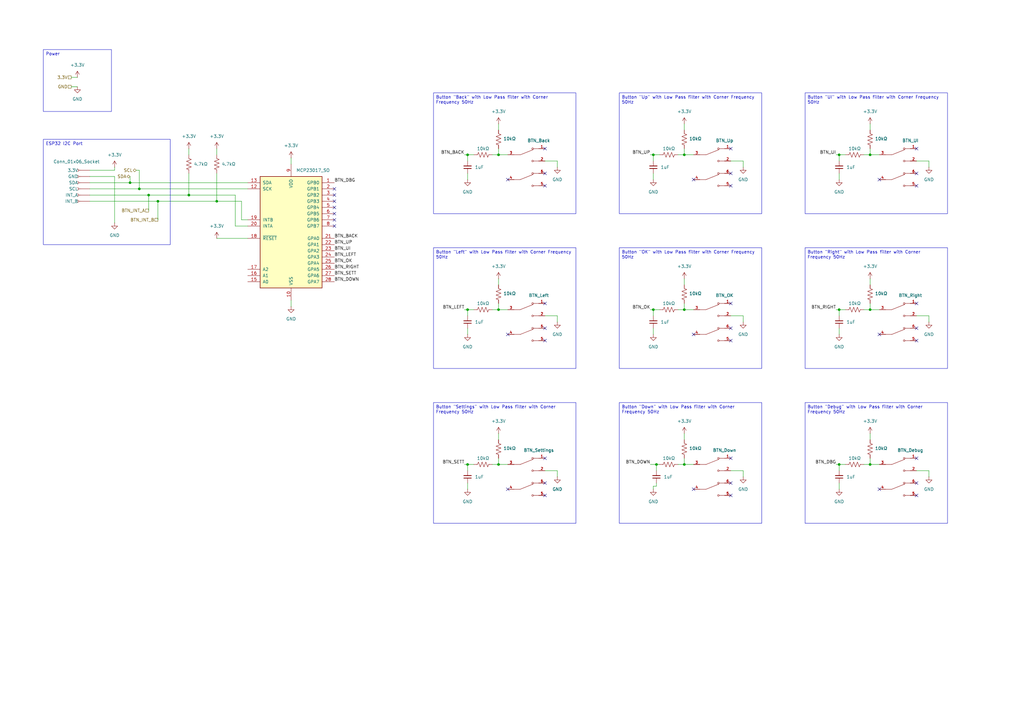
<source format=kicad_sch>
(kicad_sch (version 20250114) (generator "eeschema") (generator_version "9.0")
  (paper "A3")
  (title_block (title "Buttons Board with MCP23017_SO"))
  (lib_symbols
    (symbol "Connector:Conn_01x06_Socket" (pin_numbers (hide yes)) (pin_names (offset 1.016))
      (property "Value" "Conn_01x06_Socket" (at -12.446 9.398 0))
      (symbol "Conn_01x06_Socket_1_1"
        (polyline (pts (xy -1.27 5.08) (xy -0.508 5.08)) (stroke (width 0.1524)))
        (polyline (pts (xy -1.27 2.54) (xy -0.508 2.54)) (stroke (width 0.1524)))
        (polyline (pts (xy -1.27 0) (xy -0.508 0)) (stroke (width 0.1524)))
        (polyline (pts (xy -1.27 -2.54) (xy -0.508 -2.54)) (stroke (width 0.1524)))
        (polyline (pts (xy -1.27 -5.08) (xy -0.508 -5.08)) (stroke (width 0.1524)))
        (polyline (pts (xy -1.27 -7.62) (xy -0.508 -7.62)) (stroke (width 0.1524)))
        (arc (start 0 4.572) (mid -0.5058 5.08) (end 0 5.588) (stroke (width 0.1524)))
        (arc (start 0 2.032) (mid -0.5058 2.54) (end 0 3.048) (stroke (width 0.1524)))
        (arc (start 0 -0.508) (mid -0.5058 0) (end 0 0.508) (stroke (width 0.1524)))
        (arc (start 0 -3.048) (mid -0.5058 -2.54) (end 0 -2.032) (stroke (width 0.1524)))
        (arc (start 0 -5.588) (mid -0.5058 -5.08) (end 0 -4.572) (stroke (width 0.1524)))
        (arc (start 0 -8.128) (mid -0.5058 -7.62) (end 0 -7.112) (stroke (width 0.1524)))
        (pin passive line (at -5.08 5.08 0) (length 3.81) (name "3.3V") (number "1"))
        (pin passive line (at -5.08 2.54 0) (length 3.81) (name "GND") (number "2"))
        (pin bidirectional line (at -5.08 0 0) (length 3.81) (name "SDA") (number "3"))
        (pin bidirectional line (at -5.08 -2.54 0) (length 3.81) (name "SCL") (number "4"))
        (pin output line (at -5.08 -5.08 0) (length 3.81) (name "INT_A") (number "5"))
        (pin output line (at -5.08 -7.62 0) (length 3.81) (name "INT_B") (number "6"))
      )
    )
    (symbol "Device:C_Small" (pin_numbers (hide yes)) (pin_names (offset 0.254) (hide yes))
      (property "Reference" "C" (at 0.254 1.778 0))
      (property "Value" "C_Small" (at 0.254 -2.032 0))
      (symbol "C_Small_0_1"
        (polyline (pts (xy -1.524 0.508) (xy 1.524 0.508)) (stroke (width 0.3048)))
        (polyline (pts (xy -1.524 -0.508) (xy 1.524 -0.508)) (stroke (width 0.3302)))
      )
      (symbol "C_Small_1_1"
        (pin passive line (at 0 2.54 270) (length 2.032) (name "~") (number "1"))
        (pin passive line (at 0 -2.54 90) (length 2.032) (name "~") (number "2"))
      )
    )
    (symbol "Device:R_US" (pin_numbers (hide yes)) (pin_names (offset 0))
      (property "Reference" "R" (at 2.54 0 90))
      (property "Value" "R_US" (at -2.54 0 90))
      (symbol "R_US_0_1"
        (polyline (pts (xy 0 2.286) (xy 0 2.54)))
        (polyline (pts (xy 0 2.286) (xy 1.016 1.905) (xy 0 1.524) (xy -1.016 1.143) (xy 0 0.762)))
        (polyline (pts (xy 0 0.762) (xy 1.016 0.381) (xy 0 0) (xy -1.016 -0.381) (xy 0 -0.762)))
        (polyline (pts (xy 0 -0.762) (xy 1.016 -1.143) (xy 0 -1.524) (xy -1.016 -1.905) (xy 0 -2.286)))
        (polyline (pts (xy 0 -2.286) (xy 0 -2.54)))
      )
      (symbol "R_US_1_1"
        (pin passive line (at 0 3.81 270) (length 1.27) (name "~") (number "1"))
        (pin passive line (at 0 -3.81 90) (length 1.27) (name "~") (number "2"))
      )
    )
    (symbol "Interface_Expansion:MCP23017_SO" (pin_names (offset 1.016))
      (property "Reference" "U" (at -11.43 24.13 0))
      (property "Value" "MCP23017_SO" (at 0 0 0))
      (symbol "MCP23017_SO_0_1"
        (rectangle (start -12.7 22.86) (end 12.7 -22.86) (stroke (width 0.254)) (fill (type background)))
      )
      (symbol "MCP23017_SO_1_1"
        (pin bidirectional line (at -17.78 20.32 0) (length 5.08) (name "SDA") (number "13"))
        (pin input line (at -17.78 17.78 0) (length 5.08) (name "SCK") (number "12"))
        (pin tri_state line (at -17.78 5.08 0) (length 5.08) (name "INTB") (number "19"))
        (pin tri_state line (at -17.78 2.54 0) (length 5.08) (name "INTA") (number "20"))
        (pin input line (at -17.78 -2.54 0) (length 5.08) (name "~{RESET}") (number "18"))
        (pin input line (at -17.78 -15.24 0) (length 5.08) (name "A2") (number "17"))
        (pin input line (at -17.78 -17.78 0) (length 5.08) (name "A1") (number "16"))
        (pin input line (at -17.78 -20.32 0) (length 5.08) (name "A0") (number "15"))
        (pin no_connect line (at -12.7 15.24 0) (length 5.08) (hide yes) (name "NC") (number "11"))
        (pin no_connect line (at -12.7 12.7 0) (length 5.08) (hide yes) (name "NC") (number "14"))
        (pin power_in line (at 0 27.94 270) (length 5.08) (name "VDD") (number "9"))
        (pin power_in line (at 0 -27.94 90) (length 5.08) (name "VSS") (number "10"))
        (pin bidirectional line (at 17.78 20.32 180) (length 5.08) (name "GPB0") (number "1"))
        (pin bidirectional line (at 17.78 17.78 180) (length 5.08) (name "GPB1") (number "2"))
        (pin bidirectional line (at 17.78 15.24 180) (length 5.08) (name "GPB2") (number "3"))
        (pin bidirectional line (at 17.78 12.7 180) (length 5.08) (name "GPB3") (number "4"))
        (pin bidirectional line (at 17.78 10.16 180) (length 5.08) (name "GPB4") (number "5"))
        (pin bidirectional line (at 17.78 7.62 180) (length 5.08) (name "GPB5") (number "6"))
        (pin bidirectional line (at 17.78 5.08 180) (length 5.08) (name "GPB6") (number "7"))
        (pin output line (at 17.78 2.54 180) (length 5.08) (name "GPB7") (number "8"))
        (pin bidirectional line (at 17.78 -2.54 180) (length 5.08) (name "GPA0") (number "21"))
        (pin bidirectional line (at 17.78 -5.08 180) (length 5.08) (name "GPA1") (number "22"))
        (pin bidirectional line (at 17.78 -7.62 180) (length 5.08) (name "GPA2") (number "23"))
        (pin bidirectional line (at 17.78 -10.16 180) (length 5.08) (name "GPA3") (number "24"))
        (pin bidirectional line (at 17.78 -12.7 180) (length 5.08) (name "GPA4") (number "25"))
        (pin bidirectional line (at 17.78 -15.24 180) (length 5.08) (name "GPA5") (number "26"))
        (pin bidirectional line (at 17.78 -17.78 180) (length 5.08) (name "GPA6") (number "27"))
        (pin output line (at 17.78 -20.32 180) (length 5.08) (name "GPA7") (number "28"))
      )
    )
    (symbol "TL2285OA:TL2285OA" (pin_names (offset 1.016))
      (property "Reference" "S" (at -2.54 10.16 0))
      (property "Value" "TL2285OA" (at -2.54 -10.16 0))
      (symbol "TL2285OA_0_0"
        (polyline (pts (xy -2.54 5.08) (xy -5.08 5.08)) (stroke (width 0.1524)))
        (polyline (pts (xy -2.54 5.08) (xy 2.794 7.2136)) (stroke (width 0.1524)))
        (polyline (pts (xy -2.54 -5.08) (xy -5.08 -5.08)) (stroke (width 0.1524)))
        (polyline (pts (xy -2.54 -5.08) (xy 2.794 -2.9464)) (stroke (width 0.1524)))
        (circle (center 2.54 7.62) (radius 0.3302) (stroke (width 0.1524)))
        (circle (center 2.54 2.54) (radius 0.3302) (stroke (width 0.1524)))
        (circle (center 2.54 -2.54) (radius 0.3302) (stroke (width 0.1524)))
        (circle (center 2.54 -7.62) (radius 0.3302) (stroke (width 0.1524)))
        (polyline (pts (xy 5.08 7.62) (xy 2.921 7.62)) (stroke (width 0.1524)))
        (polyline (pts (xy 5.08 2.54) (xy 2.921 2.54)) (stroke (width 0.1524)))
        (polyline (pts (xy 5.08 -2.54) (xy 2.921 -2.54)) (stroke (width 0.1524)))
        (polyline (pts (xy 5.08 -7.62) (xy 2.921 -7.62)) (stroke (width 0.1524)))
        (pin passive line (at -7.62 5.08 0) (length 2.54) (name "~") (number "3"))
        (pin passive line (at -7.62 -5.08 0) (length 2.54) (name "~") (number "4"))
        (pin passive line (at 7.62 7.62 180) (length 2.54) (name "~") (number "1"))
        (pin passive line (at 7.62 2.54 180) (length 2.54) (name "~") (number "2"))
        (pin passive line (at 7.62 -2.54 180) (length 2.54) (name "~") (number "6"))
        (pin passive line (at 7.62 -7.62 180) (length 2.54) (name "~") (number "5"))
      )
    )
    (symbol "power:+3.3V" (power) (pin_numbers (hide yes)) (pin_names (offset 0) (hide yes))
      (property "Value" "+3.3V" (at 0 3.556 0))
      (symbol "+3.3V_0_1"
        (polyline (pts (xy -0.762 1.27) (xy 0 2.54)))
        (polyline (pts (xy 0 2.54) (xy 0.762 1.27)))
        (polyline (pts (xy 0 0) (xy 0 2.54)))
      )
      (symbol "+3.3V_1_1"
        (pin power_in line (at 0 0 90) (length 0) (name "~") (number "1"))
      )
    )
    (symbol "power:GND" (power) (pin_numbers (hide yes)) (pin_names (offset 0) (hide yes))
      (property "Value" "GND" (at 0 -3.81 0))
      (symbol "GND_0_1"
        (polyline (pts (xy 0 0) (xy 0 -1.27) (xy 1.27 -1.27) (xy 0 -2.54) (xy -1.27 -1.27) (xy 0 -1.27)))
      )
      (symbol "GND_1_1"
        (pin power_in line (at 0 0 270) (length 0) (name "~") (number "1"))
      )
    )
  )
  (text_box "Button \"Back\" with Low Pass filter with Corner Frequency 50Hz" (at 177.8 38.1 0) (size 58.42 49.53) (margins 0.9525 0.9525 0.9525 0.9525) (effects (font (size 1.27 1.27)) (justify left top)))
  (text_box "Button \"Down\" with Low Pass filter with Corner Frequency 50Hz" (at 254 165.1 0) (size 58.42 49.53) (margins 0.9525 0.9525 0.9525 0.9525) (effects (font (size 1.27 1.27)) (justify left top)))
  (text_box "Power" (at 17.78 20.32 0) (size 27.94 25.4) (margins 0.9525 0.9525 0.9525 0.9525) (effects (font (size 1.27 1.27)) (justify left top)))
  (text_box "Button \"Settings\" with Low Pass filter with Corner Frequency 50Hz" (at 177.8 165.1 0) (size 58.42 49.53) (margins 0.9525 0.9525 0.9525 0.9525) (effects (font (size 1.27 1.27)) (justify left top)))
  (text_box "Button \"Left\" with Low Pass filter with Corner Frequency 50Hz" (at 177.8 101.6 0) (size 58.42 49.53) (margins 0.9525 0.9525 0.9525 0.9525) (effects (font (size 1.27 1.27)) (justify left top)))
  (text_box "Button \"Up\" with Low Pass filter with Corner Frequency 50Hz" (at 254 38.1 0) (size 58.42 49.53) (margins 0.9525 0.9525 0.9525 0.9525) (effects (font (size 1.27 1.27)) (justify left top)))
  (text_box "ESP32 I2C Port" (at 17.78 57.15 0) (size 52.07 43.18) (margins 0.9525 0.9525 0.9525 0.9525) (effects (font (size 1.27 1.27)) (justify left top)))
  (text_box "Button \"UI\" with Low Pass filter with Corner Frequency 50Hz" (at 330.2 38.1 0) (size 58.42 49.53) (margins 0.9525 0.9525 0.9525 0.9525) (effects (font (size 1.27 1.27)) (justify left top)))
  (text_box "Button \"Debug\" with Low Pass filter with Corner Frequency 50Hz" (at 330.2 165.1 0) (size 58.42 49.53) (margins 0.9525 0.9525 0.9525 0.9525) (effects (font (size 1.27 1.27)) (justify left top)))
  (text_box "Button \"Right\" with Low Pass filter with Corner Frequency 50Hz" (at 330.2 101.6 0) (size 58.42 49.53) (margins 0.9525 0.9525 0.9525 0.9525) (effects (font (size 1.27 1.27)) (justify left top)))
  (text_box "Button \"OK\" with Low Pass filter with Corner Frequency 50Hz" (at 254 101.6 0) (size 58.42 49.53) (margins 0.9525 0.9525 0.9525 0.9525) (effects (font (size 1.27 1.27)) (justify left top)))
  (junction (at 88.9 82.55))
  (junction (at 191.77 127))
  (junction (at 356.87 190.5))
  (junction (at 64.77 82.55))
  (junction (at 267.97 63.5))
  (junction (at 267.97 127))
  (junction (at 204.47 127))
  (junction (at 57.15 77.47))
  (junction (at 344.17 127))
  (junction (at 269.24 190.5))
  (junction (at 191.77 190.5))
  (junction (at 53.34 74.93))
  (junction (at 191.77 63.5))
  (junction (at 204.47 63.5))
  (junction (at 344.17 190.5))
  (junction (at 280.67 127))
  (junction (at 60.96 80.01))
  (junction (at 356.87 63.5))
  (junction (at 280.67 190.5))
  (junction (at 280.67 63.5))
  (junction (at 204.47 190.5))
  (junction (at 344.17 63.5))
  (junction (at 356.87 127))
  (junction (at 77.47 80.01))
  (no_connect (at 137.16 77.47))
  (no_connect (at 299.72 187.96))
  (no_connect (at 299.72 71.12))
  (no_connect (at 299.72 124.46))
  (no_connect (at 137.16 85.09))
  (no_connect (at 360.68 137.16))
  (no_connect (at 137.16 92.71))
  (no_connect (at 223.52 124.46))
  (no_connect (at 375.92 203.2))
  (no_connect (at 375.92 124.46))
  (no_connect (at 208.28 200.66))
  (no_connect (at 299.72 198.12))
  (no_connect (at 223.52 198.12))
  (no_connect (at 223.52 71.12))
  (no_connect (at 375.92 139.7))
  (no_connect (at 208.28 137.16))
  (no_connect (at 375.92 198.12))
  (no_connect (at 137.16 87.63))
  (no_connect (at 137.16 90.17))
  (no_connect (at 360.68 200.66))
  (no_connect (at 375.92 76.2))
  (no_connect (at 299.72 139.7))
  (no_connect (at 299.72 60.96))
  (no_connect (at 208.28 73.66))
  (no_connect (at 284.48 73.66))
  (no_connect (at 375.92 60.96))
  (no_connect (at 223.52 187.96))
  (no_connect (at 375.92 134.62))
  (no_connect (at 223.52 139.7))
  (no_connect (at 284.48 200.66))
  (no_connect (at 299.72 203.2))
  (no_connect (at 137.16 82.55))
  (no_connect (at 375.92 187.96))
  (no_connect (at 223.52 76.2))
  (no_connect (at 223.52 134.62))
  (no_connect (at 137.16 80.01))
  (no_connect (at 299.72 134.62))
  (no_connect (at 375.92 71.12))
  (no_connect (at 223.52 60.96))
  (no_connect (at 223.52 203.2))
  (no_connect (at 360.68 73.66))
  (no_connect (at 299.72 76.2))
  (no_connect (at 284.48 137.16))
  (wire (pts (xy 190.5 127) (xy 191.77 127)))
  (wire (pts (xy 204.47 177.8) (xy 204.47 180.34)))
  (wire (pts (xy 46.99 72.39) (xy 46.99 91.44)))
  (wire (pts (xy 223.52 129.54) (xy 228.6 129.54)))
  (wire (pts (xy 228.6 129.54) (xy 228.6 132.08)))
  (wire (pts (xy 356.87 177.8) (xy 356.87 180.34)))
  (wire (pts (xy 191.77 198.12) (xy 191.77 200.66)))
  (wire (pts (xy 60.96 80.01) (xy 60.96 86.36)))
  (wire (pts (xy 344.17 63.5) (xy 344.17 66.04)))
  (wire (pts (xy 267.97 199.39) (xy 267.97 200.66)))
  (wire (pts (xy 204.47 124.46) (xy 204.47 127)))
  (wire (pts (xy 299.72 129.54) (xy 304.8 129.54)))
  (wire (pts (xy 356.87 127) (xy 360.68 127)))
  (wire (pts (xy 266.7 63.5) (xy 267.97 63.5)))
  (wire (pts (xy 342.9 190.5) (xy 344.17 190.5)))
  (wire (pts (xy 356.87 50.8) (xy 356.87 53.34)))
  (wire (pts (xy 29.21 35.56) (xy 31.75 35.56)))
  (wire (pts (xy 356.87 60.96) (xy 356.87 63.5)))
  (wire (pts (xy 375.92 193.04) (xy 381 193.04)))
  (wire (pts (xy 356.87 190.5) (xy 360.68 190.5)))
  (wire (pts (xy 278.13 63.5) (xy 280.67 63.5)))
  (wire (pts (xy 267.97 63.5) (xy 270.51 63.5)))
  (wire (pts (xy 354.33 127) (xy 356.87 127)))
  (wire (pts (xy 36.83 74.93) (xy 53.34 74.93)))
  (wire (pts (xy 201.93 190.5) (xy 204.47 190.5)))
  (wire (pts (xy 280.67 50.8) (xy 280.67 53.34)))
  (wire (pts (xy 228.6 66.04) (xy 228.6 68.58)))
  (wire (pts (xy 280.67 190.5) (xy 284.48 190.5)))
  (wire (pts (xy 99.06 82.55) (xy 99.06 90.17)))
  (wire (pts (xy 204.47 114.3) (xy 204.47 116.84)))
  (wire (pts (xy 344.17 198.12) (xy 344.17 200.66)))
  (wire (pts (xy 342.9 127) (xy 344.17 127)))
  (wire (pts (xy 46.99 69.85) (xy 36.83 69.85)))
  (wire (pts (xy 223.52 66.04) (xy 228.6 66.04)))
  (wire (pts (xy 190.5 190.5) (xy 191.77 190.5)))
  (wire (pts (xy 204.47 50.8) (xy 204.47 53.34)))
  (wire (pts (xy 191.77 71.12) (xy 191.77 73.66)))
  (wire (pts (xy 344.17 127) (xy 346.71 127)))
  (wire (pts (xy 280.67 60.96) (xy 280.67 63.5)))
  (wire (pts (xy 280.67 114.3) (xy 280.67 116.84)))
  (wire (pts (xy 53.34 72.39) (xy 53.34 74.93)))
  (wire (pts (xy 356.87 187.96) (xy 356.87 190.5)))
  (wire (pts (xy 36.83 77.47) (xy 57.15 77.47)))
  (wire (pts (xy 267.97 127) (xy 267.97 129.54)))
  (wire (pts (xy 191.77 63.5) (xy 191.77 66.04)))
  (wire (pts (xy 53.34 74.93) (xy 101.6 74.93)))
  (wire (pts (xy 201.93 63.5) (xy 204.47 63.5)))
  (wire (pts (xy 381 129.54) (xy 381 132.08)))
  (wire (pts (xy 46.99 68.58) (xy 46.99 69.85)))
  (wire (pts (xy 191.77 190.5) (xy 194.31 190.5)))
  (wire (pts (xy 119.38 123.19) (xy 119.38 125.73)))
  (wire (pts (xy 344.17 127) (xy 344.17 129.54)))
  (wire (pts (xy 344.17 190.5) (xy 344.17 193.04)))
  (wire (pts (xy 204.47 190.5) (xy 208.28 190.5)))
  (wire (pts (xy 354.33 63.5) (xy 356.87 63.5)))
  (wire (pts (xy 304.8 66.04) (xy 304.8 68.58)))
  (wire (pts (xy 266.7 127) (xy 267.97 127)))
  (wire (pts (xy 267.97 71.12) (xy 267.97 73.66)))
  (wire (pts (xy 119.38 64.77) (xy 119.38 67.31)))
  (wire (pts (xy 64.77 82.55) (xy 88.9 82.55)))
  (wire (pts (xy 191.77 190.5) (xy 191.77 193.04)))
  (wire (pts (xy 267.97 199.39) (xy 269.24 199.39)))
  (wire (pts (xy 57.15 77.47) (xy 101.6 77.47)))
  (wire (pts (xy 278.13 127) (xy 280.67 127)))
  (wire (pts (xy 77.47 80.01) (xy 96.52 80.01)))
  (wire (pts (xy 36.83 82.55) (xy 64.77 82.55)))
  (wire (pts (xy 375.92 129.54) (xy 381 129.54)))
  (wire (pts (xy 64.77 82.55) (xy 64.77 90.17)))
  (wire (pts (xy 270.51 190.5) (xy 269.24 190.5)))
  (wire (pts (xy 280.67 124.46) (xy 280.67 127)))
  (wire (pts (xy 344.17 190.5) (xy 346.71 190.5)))
  (wire (pts (xy 77.47 71.12) (xy 77.47 80.01)))
  (wire (pts (xy 304.8 129.54) (xy 304.8 132.08)))
  (wire (pts (xy 204.47 187.96) (xy 204.47 190.5)))
  (wire (pts (xy 191.77 127) (xy 191.77 129.54)))
  (wire (pts (xy 29.21 31.75) (xy 31.75 31.75)))
  (wire (pts (xy 60.96 80.01) (xy 77.47 80.01)))
  (wire (pts (xy 88.9 71.12) (xy 88.9 82.55)))
  (wire (pts (xy 266.7 190.5) (xy 269.24 190.5)))
  (wire (pts (xy 344.17 63.5) (xy 346.71 63.5)))
  (wire (pts (xy 356.87 114.3) (xy 356.87 116.84)))
  (wire (pts (xy 96.52 92.71) (xy 101.6 92.71)))
  (wire (pts (xy 267.97 134.62) (xy 267.97 137.16)))
  (wire (pts (xy 55.88 69.85) (xy 57.15 69.85)))
  (wire (pts (xy 57.15 69.85) (xy 57.15 77.47)))
  (wire (pts (xy 88.9 60.96) (xy 88.9 63.5)))
  (wire (pts (xy 269.24 199.39) (xy 269.24 198.12)))
  (wire (pts (xy 36.83 72.39) (xy 46.99 72.39)))
  (wire (pts (xy 280.67 177.8) (xy 280.67 180.34)))
  (wire (pts (xy 201.93 127) (xy 204.47 127)))
  (wire (pts (xy 191.77 134.62) (xy 191.77 137.16)))
  (wire (pts (xy 344.17 71.12) (xy 344.17 73.66)))
  (wire (pts (xy 36.83 80.01) (xy 60.96 80.01)))
  (wire (pts (xy 88.9 82.55) (xy 99.06 82.55)))
  (wire (pts (xy 299.72 66.04) (xy 304.8 66.04)))
  (wire (pts (xy 278.13 190.5) (xy 280.67 190.5)))
  (wire (pts (xy 190.5 63.5) (xy 191.77 63.5)))
  (wire (pts (xy 381 66.04) (xy 381 68.58)))
  (wire (pts (xy 381 193.04) (xy 381 195.58)))
  (wire (pts (xy 280.67 187.96) (xy 280.67 190.5)))
  (wire (pts (xy 191.77 127) (xy 194.31 127)))
  (wire (pts (xy 375.92 66.04) (xy 381 66.04)))
  (wire (pts (xy 267.97 127) (xy 270.51 127)))
  (wire (pts (xy 299.72 193.04) (xy 304.8 193.04)))
  (wire (pts (xy 269.24 190.5) (xy 269.24 193.04)))
  (wire (pts (xy 356.87 63.5) (xy 360.68 63.5)))
  (wire (pts (xy 356.87 124.46) (xy 356.87 127)))
  (wire (pts (xy 99.06 90.17) (xy 101.6 90.17)))
  (wire (pts (xy 77.47 60.96) (xy 77.47 63.5)))
  (wire (pts (xy 267.97 63.5) (xy 267.97 66.04)))
  (wire (pts (xy 280.67 63.5) (xy 284.48 63.5)))
  (wire (pts (xy 204.47 63.5) (xy 208.28 63.5)))
  (wire (pts (xy 280.67 127) (xy 284.48 127)))
  (wire (pts (xy 204.47 60.96) (xy 204.47 63.5)))
  (wire (pts (xy 304.8 193.04) (xy 304.8 195.58)))
  (wire (pts (xy 354.33 190.5) (xy 356.87 190.5)))
  (wire (pts (xy 228.6 193.04) (xy 228.6 195.58)))
  (wire (pts (xy 191.77 63.5) (xy 194.31 63.5)))
  (wire (pts (xy 342.9 63.5) (xy 344.17 63.5)))
  (wire (pts (xy 344.17 134.62) (xy 344.17 137.16)))
  (wire (pts (xy 204.47 127) (xy 208.28 127)))
  (wire (pts (xy 223.52 193.04) (xy 228.6 193.04)))
  (wire (pts (xy 88.9 97.79) (xy 101.6 97.79)))
  (wire (pts (xy 96.52 80.01) (xy 96.52 92.71)))
  (label "BTN_DOWN" (at 266.7 190.5 180))
  (label "BTN_DOWN" (at 137.16 115.57 0))
  (label "BTN_LEFT" (at 190.5 127 180))
  (label "BTN_RIGHT" (at 137.16 110.49 0))
  (label "BTN_RIGHT" (at 342.9 127 180))
  (label "BTN_UI" (at 342.9 63.5 180))
  (label "BTN_OK" (at 137.16 107.95 0))
  (label "BTN_LEFT" (at 137.16 105.41 0))
  (label "BTN_BACK" (at 190.5 63.5 180))
  (label "BTN_DBG" (at 342.9 190.5 180))
  (label "BTN_UP" (at 137.16 100.33 0))
  (label "BTN_UI" (at 137.16 102.87 0))
  (label "BTN_UP" (at 266.7 63.5 180))
  (label "BTN_SETT" (at 137.16 113.03 0))
  (label "BTN_DBG" (at 137.16 74.93 0))
  (label "BTN_OK" (at 266.7 127 180))
  (label "BTN_SETT" (at 190.5 190.5 180))
  (label "BTN_BACK" (at 137.16 97.79 0))
  (hierarchical_label "3.3V" (shape passive) (at 29.21 31.75 180))
  (hierarchical_label "GND" (shape passive) (at 29.21 35.56 180))
  (hierarchical_label "BTN_INT_A" (shape passive) (at 60.96 86.36 180))
  (hierarchical_label "SDA" (shape bidirectional) (at 53.34 72.39 180))
  (hierarchical_label "SCL" (shape bidirectional) (at 55.88 69.85 180))
  (hierarchical_label "BTN_INT_B" (shape passive) (at 64.77 90.17 180))
  (symbol (lib_id "power:GND") (at 304.8 68.58 0) (mirror y) (unit 1)
    (property "Reference" "#PWR040" (effects (hide yes)))
    (property "Value" "GND" (at 304.8 73.66 0))
    (property "Description" "Power symbol creates a global label with name \"GND\" , ground" (effects (hide yes)))
  )
  (symbol (lib_id "power:+3.3V") (at 77.47 60.96 0) (mirror y) (unit 1)
    (property "Reference" "#PWR070" (effects (hide yes)))
    (property "Value" "+3.3V" (at 77.47 55.88 0))
    (property "Description" "Power symbol creates a global label with name \"+3.3V\"" (effects (hide yes)))
  )
  (symbol (lib_id "power:+3.3V") (at 280.67 177.8 0) (mirror y) (unit 1)
    (property "Reference" "#PWR057" (effects (hide yes)))
    (property "Value" "+3.3V" (at 280.67 172.72 0))
    (property "Description" "Power symbol creates a global label with name \"+3.3V\"" (effects (hide yes)))
  )
  (symbol (lib_id "TL2285OA:TL2285OA") (at 292.1 132.08 0) (unit 1)
    (property "Reference" "S5" (effects (hide yes)))
    (property "Value" "BTN_OK" (at 297.18 121.158 0))
    (property "Footprint" "TL2285OA:SW_TL2285OA" (effects (hide yes)))
    (property "MF" "E-Switch" (effects (hide yes)))
    (property "MAXIMUM_PACKAGE_HEIGHT" "13.5 mm" (effects (hide yes)))
    (property "Package" "None" (effects (hide yes)))
    (property "Price" "None" (effects (hide yes)))
    (property "Check_prices" "https://www.snapeda.com/parts/TL2285OA/E-Switch/view-part/?ref=eda" (effects (hide yes)))
    (property "STANDARD" "Manufacturer Recommendations" (effects (hide yes)))
    (property "PARTREV" "B" (effects (hide yes)))
    (property "SnapEDA_Link" "https://www.snapeda.com/parts/TL2285OA/E-Switch/view-part/?ref=snap" (effects (hide yes)))
    (property "MP" "TL2285OA" (effects (hide yes)))
    (property "Purchase-URL" "https://www.snapeda.com/api/url_track_click_mouser/?unipart_id=474098&manufacturer=E-Switch&part_name=TL2285OA&search_term=None" (effects (hide yes)))
    (property "Description_1" "Pushbutton Switch, TL2285, DPDT, ON-(ON), Plunger for Cap, 100mA, 30VDC,PC Pin | E-Switch TL2285OA" (effects (hide yes)))
    (property "MANUFACTURER" "E-Switch" (effects (hide yes)))
    (property "Availability" "In Stock" (effects (hide yes)))
    (property "SNAPEDA_PN" "TL2285OA" (effects (hide yes)))
  )
  (symbol (lib_id "Device:R_US") (at 198.12 190.5 270) (unit 1)
    (property "Reference" "R18" (effects (hide yes)))
    (property "Value" "10kΩ" (at 195.58 187.96 90) (effects (justify left)))
    (property "Footprint" "Resistor_SMD:R_0805_2012Metric_Pad1.20x1.40mm_HandSolder" (effects (hide yes)))
    (property "Description" "Resistor, US symbol" (effects (hide yes)))
  )
  (symbol (lib_id "power:GND") (at 381 195.58 0) (mirror y) (unit 1)
    (property "Reference" "#PWR061" (effects (hide yes)))
    (property "Value" "GND" (at 381 200.66 0))
    (property "Description" "Power symbol creates a global label with name \"GND\" , ground" (effects (hide yes)))
  )
  (symbol (lib_id "power:+3.3V") (at 88.9 60.96 0) (mirror y) (unit 1)
    (property "Reference" "#PWR071" (effects (hide yes)))
    (property "Value" "+3.3V" (at 88.9 55.88 0))
    (property "Description" "Power symbol creates a global label with name \"+3.3V\"" (effects (hide yes)))
  )
  (symbol (lib_id "Device:R_US") (at 198.12 127 270) (unit 1)
    (property "Reference" "R12" (effects (hide yes)))
    (property "Value" "10kΩ" (at 195.58 124.46 90) (effects (justify left)))
    (property "Footprint" "Resistor_SMD:R_0805_2012Metric_Pad1.20x1.40mm_HandSolder" (effects (hide yes)))
    (property "Description" "Resistor, US symbol" (effects (hide yes)))
  )
  (symbol (lib_id "TL2285OA:TL2285OA") (at 215.9 195.58 0) (unit 1)
    (property "Reference" "S7" (effects (hide yes)))
    (property "Value" "BTN_Settings" (at 220.98 184.658 0))
    (property "Footprint" "TL2285OA:SW_TL2285OA" (effects (hide yes)))
    (property "MF" "E-Switch" (effects (hide yes)))
    (property "MAXIMUM_PACKAGE_HEIGHT" "13.5 mm" (effects (hide yes)))
    (property "Package" "None" (effects (hide yes)))
    (property "Price" "None" (effects (hide yes)))
    (property "Check_prices" "https://www.snapeda.com/parts/TL2285OA/E-Switch/view-part/?ref=eda" (effects (hide yes)))
    (property "STANDARD" "Manufacturer Recommendations" (effects (hide yes)))
    (property "PARTREV" "B" (effects (hide yes)))
    (property "SnapEDA_Link" "https://www.snapeda.com/parts/TL2285OA/E-Switch/view-part/?ref=snap" (effects (hide yes)))
    (property "MP" "TL2285OA" (effects (hide yes)))
    (property "Purchase-URL" "https://www.snapeda.com/api/url_track_click_mouser/?unipart_id=474098&manufacturer=E-Switch&part_name=TL2285OA&search_term=None" (effects (hide yes)))
    (property "Description_1" "Pushbutton Switch, TL2285, DPDT, ON-(ON), Plunger for Cap, 100mA, 30VDC,PC Pin | E-Switch TL2285OA" (effects (hide yes)))
    (property "MANUFACTURER" "E-Switch" (effects (hide yes)))
    (property "Availability" "In Stock" (effects (hide yes)))
    (property "SNAPEDA_PN" "TL2285OA" (effects (hide yes)))
  )
  (symbol (lib_id "Device:C_Small") (at 344.17 132.08 0) (mirror x) (unit 1)
    (property "Reference" "C13" (effects (hide yes)))
    (property "Value" "1uF" (at 348.996 132.08 0))
    (property "Footprint" "Capacitor_SMD:C_0805_2012Metric_Pad1.18x1.45mm_HandSolder" (effects (hide yes)))
    (property "Description" "Unpolarized capacitor, small symbol" (effects (hide yes)))
  )
  (symbol (lib_id "power:+3.3V") (at 31.75 31.75 0) (unit 1)
    (property "Reference" "#PWR019" (effects (hide yes)))
    (property "Value" "+3.3V" (at 31.75 26.67 0))
    (property "Description" "Power symbol creates a global label with name \"+3.3V\"" (effects (hide yes)))
  )
  (symbol (lib_id "power:+3.3V") (at 46.99 68.58 0) (mirror y) (unit 1)
    (property "Reference" "#PWR037" (effects (hide yes)))
    (property "Value" "+3.3V" (at 46.99 63.5 0))
    (property "Description" "Power symbol creates a global label with name \"+3.3V\"" (effects (hide yes)))
  )
  (symbol (lib_id "Device:R_US") (at 280.67 184.15 180) (unit 1)
    (property "Reference" "R21" (effects (hide yes)))
    (property "Value" "10kΩ" (at 287.782 183.896 0) (effects (justify left)))
    (property "Footprint" "Resistor_SMD:R_0805_2012Metric_Pad1.20x1.40mm_HandSolder" (effects (hide yes)))
    (property "Description" "Resistor, US symbol" (effects (hide yes)))
  )
  (symbol (lib_id "Device:C_Small") (at 267.97 68.58 0) (mirror x) (unit 1)
    (property "Reference" "C9" (effects (hide yes)))
    (property "Value" "1uF" (at 272.796 68.58 0))
    (property "Footprint" "Capacitor_SMD:C_0805_2012Metric_Pad1.18x1.45mm_HandSolder" (effects (hide yes)))
    (property "Description" "Unpolarized capacitor, small symbol" (effects (hide yes)))
  )
  (symbol (lib_id "Device:R_US") (at 204.47 57.15 180) (unit 1)
    (property "Reference" "R6" (effects (hide yes)))
    (property "Value" "10kΩ" (at 211.582 56.896 0) (effects (justify left)))
    (property "Footprint" "Resistor_SMD:R_0805_2012Metric_Pad1.20x1.40mm_HandSolder" (effects (hide yes)))
    (property "Description" "Resistor, US symbol" (effects (hide yes)))
  )
  (symbol (lib_id "TL2285OA:TL2285OA") (at 368.3 132.08 0) (unit 1)
    (property "Reference" "S6" (effects (hide yes)))
    (property "Value" "BTN_Right" (at 373.38 121.158 0))
    (property "Footprint" "TL2285OA:SW_TL2285OA" (effects (hide yes)))
    (property "MF" "E-Switch" (effects (hide yes)))
    (property "MAXIMUM_PACKAGE_HEIGHT" "13.5 mm" (effects (hide yes)))
    (property "Package" "None" (effects (hide yes)))
    (property "Price" "None" (effects (hide yes)))
    (property "Check_prices" "https://www.snapeda.com/parts/TL2285OA/E-Switch/view-part/?ref=eda" (effects (hide yes)))
    (property "STANDARD" "Manufacturer Recommendations" (effects (hide yes)))
    (property "PARTREV" "B" (effects (hide yes)))
    (property "SnapEDA_Link" "https://www.snapeda.com/parts/TL2285OA/E-Switch/view-part/?ref=snap" (effects (hide yes)))
    (property "MP" "TL2285OA" (effects (hide yes)))
    (property "Purchase-URL" "https://www.snapeda.com/api/url_track_click_mouser/?unipart_id=474098&manufacturer=E-Switch&part_name=TL2285OA&search_term=None" (effects (hide yes)))
    (property "Description_1" "Pushbutton Switch, TL2285, DPDT, ON-(ON), Plunger for Cap, 100mA, 30VDC,PC Pin | E-Switch TL2285OA" (effects (hide yes)))
    (property "MANUFACTURER" "E-Switch" (effects (hide yes)))
    (property "Availability" "In Stock" (effects (hide yes)))
    (property "SNAPEDA_PN" "TL2285OA" (effects (hide yes)))
  )
  (symbol (lib_id "power:+3.3V") (at 119.38 64.77 0) (mirror y) (unit 1)
    (property "Reference" "#PWR032" (effects (hide yes)))
    (property "Value" "+3.3V" (at 119.38 59.69 0))
    (property "Description" "Power symbol creates a global label with name \"+3.3V\"" (effects (hide yes)))
  )
  (symbol (lib_id "Device:C_Small") (at 344.17 195.58 0) (mirror x) (unit 1)
    (property "Reference" "C16" (effects (hide yes)))
    (property "Value" "1uF" (at 348.996 195.58 0))
    (property "Footprint" "Capacitor_SMD:C_0805_2012Metric_Pad1.18x1.45mm_HandSolder" (effects (hide yes)))
    (property "Description" "Unpolarized capacitor, small symbol" (effects (hide yes)))
  )
  (symbol (lib_id "power:+3.3V") (at 356.87 50.8 0) (mirror y) (unit 1)
    (property "Reference" "#PWR042" (effects (hide yes)))
    (property "Value" "+3.3V" (at 356.87 45.72 0))
    (property "Description" "Power symbol creates a global label with name \"+3.3V\"" (effects (hide yes)))
  )
  (symbol (lib_id "power:GND") (at 267.97 137.16 0) (mirror y) (unit 1)
    (property "Reference" "#PWR047" (effects (hide yes)))
    (property "Value" "GND" (at 267.97 142.24 0))
    (property "Description" "Power symbol creates a global label with name \"GND\" , ground" (effects (hide yes)))
  )
  (symbol (lib_id "power:GND") (at 344.17 73.66 0) (mirror y) (unit 1)
    (property "Reference" "#PWR041" (effects (hide yes)))
    (property "Value" "GND" (at 344.17 78.74 0))
    (property "Description" "Power symbol creates a global label with name \"GND\" , ground" (effects (hide yes)))
  )
  (symbol (lib_id "Device:C_Small") (at 267.97 132.08 0) (mirror x) (unit 1)
    (property "Reference" "C12" (effects (hide yes)))
    (property "Value" "1uF" (at 272.796 132.08 0))
    (property "Footprint" "Capacitor_SMD:C_0805_2012Metric_Pad1.18x1.45mm_HandSolder" (effects (hide yes)))
    (property "Description" "Unpolarized capacitor, small symbol" (effects (hide yes)))
  )
  (symbol (lib_id "Device:R_US") (at 350.52 63.5 270) (unit 1)
    (property "Reference" "R10" (effects (hide yes)))
    (property "Value" "10kΩ" (at 347.98 60.96 90) (effects (justify left)))
    (property "Footprint" "Resistor_SMD:R_0805_2012Metric_Pad1.20x1.40mm_HandSolder" (effects (hide yes)))
    (property "Description" "Resistor, US symbol" (effects (hide yes)))
  )
  (symbol (lib_id "power:GND") (at 191.77 137.16 0) (mirror y) (unit 1)
    (property "Reference" "#PWR044" (effects (hide yes)))
    (property "Value" "GND" (at 191.77 142.24 0))
    (property "Description" "Power symbol creates a global label with name \"GND\" , ground" (effects (hide yes)))
  )
  (symbol (lib_id "Device:R_US") (at 77.47 67.31 0) (unit 1)
    (property "Reference" "R26" (effects (hide yes)))
    (property "Value" "4.7kΩ" (at 79.502 67.31 0) (effects (justify left)))
    (property "Footprint" "Resistor_SMD:R_0805_2012Metric_Pad1.20x1.40mm_HandSolder" (effects (hide yes)))
    (property "Description" "Resistor, US symbol" (effects (hide yes)))
  )
  (symbol (lib_id "power:GND") (at 344.17 200.66 0) (mirror y) (unit 1)
    (property "Reference" "#PWR059" (effects (hide yes)))
    (property "Value" "GND" (at 344.17 205.74 0))
    (property "Description" "Power symbol creates a global label with name \"GND\" , ground" (effects (hide yes)))
  )
  (symbol (lib_id "power:+3.3V") (at 204.47 114.3 0) (mirror y) (unit 1)
    (property "Reference" "#PWR045" (effects (hide yes)))
    (property "Value" "+3.3V" (at 204.47 109.22 0))
    (property "Description" "Power symbol creates a global label with name \"+3.3V\"" (effects (hide yes)))
  )
  (symbol (lib_id "power:+3.3V") (at 356.87 177.8 0) (mirror y) (unit 1)
    (property "Reference" "#PWR060" (effects (hide yes)))
    (property "Value" "+3.3V" (at 356.87 172.72 0))
    (property "Description" "Power symbol creates a global label with name \"+3.3V\"" (effects (hide yes)))
  )
  (symbol (lib_id "Device:R_US") (at 350.52 190.5 270) (unit 1)
    (property "Reference" "R22" (effects (hide yes)))
    (property "Value" "10kΩ" (at 347.98 187.96 90) (effects (justify left)))
    (property "Footprint" "Resistor_SMD:R_0805_2012Metric_Pad1.20x1.40mm_HandSolder" (effects (hide yes)))
    (property "Description" "Resistor, US symbol" (effects (hide yes)))
  )
  (symbol (lib_id "Device:R_US") (at 274.32 63.5 270) (unit 1)
    (property "Reference" "R8" (effects (hide yes)))
    (property "Value" "10kΩ" (at 271.78 60.96 90) (effects (justify left)))
    (property "Footprint" "Resistor_SMD:R_0805_2012Metric_Pad1.20x1.40mm_HandSolder" (effects (hide yes)))
    (property "Description" "Resistor, US symbol" (effects (hide yes)))
  )
  (symbol (lib_id "TL2285OA:TL2285OA") (at 292.1 68.58 0) (unit 1)
    (property "Reference" "S2" (effects (hide yes)))
    (property "Value" "BTN_Up" (at 297.18 57.658 0))
    (property "Footprint" "TL2285OA:SW_TL2285OA" (effects (hide yes)))
    (property "MF" "E-Switch" (effects (hide yes)))
    (property "MAXIMUM_PACKAGE_HEIGHT" "13.5 mm" (effects (hide yes)))
    (property "Package" "None" (effects (hide yes)))
    (property "Price" "None" (effects (hide yes)))
    (property "Check_prices" "https://www.snapeda.com/parts/TL2285OA/E-Switch/view-part/?ref=eda" (effects (hide yes)))
    (property "STANDARD" "Manufacturer Recommendations" (effects (hide yes)))
    (property "PARTREV" "B" (effects (hide yes)))
    (property "SnapEDA_Link" "https://www.snapeda.com/parts/TL2285OA/E-Switch/view-part/?ref=snap" (effects (hide yes)))
    (property "MP" "TL2285OA" (effects (hide yes)))
    (property "Purchase-URL" "https://www.snapeda.com/api/url_track_click_mouser/?unipart_id=474098&manufacturer=E-Switch&part_name=TL2285OA&search_term=None" (effects (hide yes)))
    (property "Description_1" "Pushbutton Switch, TL2285, DPDT, ON-(ON), Plunger for Cap, 100mA, 30VDC,PC Pin | E-Switch TL2285OA" (effects (hide yes)))
    (property "MANUFACTURER" "E-Switch" (effects (hide yes)))
    (property "Availability" "In Stock" (effects (hide yes)))
    (property "SNAPEDA_PN" "TL2285OA" (effects (hide yes)))
  )
  (symbol (lib_id "Device:R_US") (at 280.67 120.65 180) (unit 1)
    (property "Reference" "R15" (effects (hide yes)))
    (property "Value" "10kΩ" (at 287.782 120.396 0) (effects (justify left)))
    (property "Footprint" "Resistor_SMD:R_0805_2012Metric_Pad1.20x1.40mm_HandSolder" (effects (hide yes)))
    (property "Description" "Resistor, US symbol" (effects (hide yes)))
  )
  (symbol (lib_id "power:GND") (at 344.17 137.16 0) (mirror y) (unit 1)
    (property "Reference" "#PWR050" (effects (hide yes)))
    (property "Value" "GND" (at 344.17 142.24 0))
    (property "Description" "Power symbol creates a global label with name \"GND\" , ground" (effects (hide yes)))
  )
  (symbol (lib_id "Device:C_Small") (at 191.77 132.08 0) (mirror x) (unit 1)
    (property "Reference" "C11" (effects (hide yes)))
    (property "Value" "1uF" (at 196.596 132.08 0))
    (property "Footprint" "Capacitor_SMD:C_0805_2012Metric_Pad1.18x1.45mm_HandSolder" (effects (hide yes)))
    (property "Description" "Unpolarized capacitor, small symbol" (effects (hide yes)))
  )
  (symbol (lib_id "TL2285OA:TL2285OA") (at 292.1 195.58 0) (unit 1)
    (property "Reference" "S8" (effects (hide yes)))
    (property "Value" "BTN_Down" (at 297.18 184.658 0))
    (property "Footprint" "TL2285OA:SW_TL2285OA" (effects (hide yes)))
    (property "MF" "E-Switch" (effects (hide yes)))
    (property "MAXIMUM_PACKAGE_HEIGHT" "13.5 mm" (effects (hide yes)))
    (property "Package" "None" (effects (hide yes)))
    (property "Price" "None" (effects (hide yes)))
    (property "Check_prices" "https://www.snapeda.com/parts/TL2285OA/E-Switch/view-part/?ref=eda" (effects (hide yes)))
    (property "STANDARD" "Manufacturer Recommendations" (effects (hide yes)))
    (property "PARTREV" "B" (effects (hide yes)))
    (property "SnapEDA_Link" "https://www.snapeda.com/parts/TL2285OA/E-Switch/view-part/?ref=snap" (effects (hide yes)))
    (property "MP" "TL2285OA" (effects (hide yes)))
    (property "Purchase-URL" "https://www.snapeda.com/api/url_track_click_mouser/?unipart_id=474098&manufacturer=E-Switch&part_name=TL2285OA&search_term=None" (effects (hide yes)))
    (property "Description_1" "Pushbutton Switch, TL2285, DPDT, ON-(ON), Plunger for Cap, 100mA, 30VDC,PC Pin | E-Switch TL2285OA" (effects (hide yes)))
    (property "MANUFACTURER" "E-Switch" (effects (hide yes)))
    (property "Availability" "In Stock" (effects (hide yes)))
    (property "SNAPEDA_PN" "TL2285OA" (effects (hide yes)))
  )
  (symbol (lib_id "power:+3.3V") (at 280.67 114.3 0) (mirror y) (unit 1)
    (property "Reference" "#PWR048" (effects (hide yes)))
    (property "Value" "+3.3V" (at 280.67 109.22 0))
    (property "Description" "Power symbol creates a global label with name \"+3.3V\"" (effects (hide yes)))
  )
  (symbol (lib_id "Device:C_Small") (at 191.77 195.58 0) (mirror x) (unit 1)
    (property "Reference" "C14" (effects (hide yes)))
    (property "Value" "1uF" (at 196.596 195.58 0))
    (property "Footprint" "Capacitor_SMD:C_0805_2012Metric_Pad1.18x1.45mm_HandSolder" (effects (hide yes)))
    (property "Description" "Unpolarized capacitor, small symbol" (effects (hide yes)))
  )
  (symbol (lib_id "power:GND") (at 267.97 200.66 0) (mirror y) (unit 1)
    (property "Reference" "#PWR056" (effects (hide yes)))
    (property "Value" "GND" (at 267.97 205.74 0))
    (property "Description" "Power symbol creates a global label with name \"GND\" , ground" (effects (hide yes)))
  )
  (symbol (lib_id "power:GND") (at 267.97 73.66 0) (mirror y) (unit 1)
    (property "Reference" "#PWR038" (effects (hide yes)))
    (property "Value" "GND" (at 267.97 78.74 0))
    (property "Description" "Power symbol creates a global label with name \"GND\" , ground" (effects (hide yes)))
  )
  (symbol (lib_id "Device:C_Small") (at 269.24 195.58 0) (mirror x) (unit 1)
    (property "Reference" "C15" (effects (hide yes)))
    (property "Value" "1uF" (at 274.066 195.58 0))
    (property "Footprint" "Capacitor_SMD:C_0805_2012Metric_Pad1.18x1.45mm_HandSolder" (effects (hide yes)))
    (property "Description" "Unpolarized capacitor, small symbol" (effects (hide yes)))
  )
  (symbol (lib_id "power:+3.3V") (at 280.67 50.8 0) (mirror y) (unit 1)
    (property "Reference" "#PWR039" (effects (hide yes)))
    (property "Value" "+3.3V" (at 280.67 45.72 0))
    (property "Description" "Power symbol creates a global label with name \"+3.3V\"" (effects (hide yes)))
  )
  (symbol (lib_id "Device:R_US") (at 274.32 127 270) (unit 1)
    (property "Reference" "R14" (effects (hide yes)))
    (property "Value" "10kΩ" (at 271.78 124.46 90) (effects (justify left)))
    (property "Footprint" "Resistor_SMD:R_0805_2012Metric_Pad1.20x1.40mm_HandSolder" (effects (hide yes)))
    (property "Description" "Resistor, US symbol" (effects (hide yes)))
  )
  (symbol (lib_id "power:GND") (at 304.8 132.08 0) (mirror y) (unit 1)
    (property "Reference" "#PWR049" (effects (hide yes)))
    (property "Value" "GND" (at 304.8 137.16 0))
    (property "Description" "Power symbol creates a global label with name \"GND\" , ground" (effects (hide yes)))
  )
  (symbol (lib_id "Device:R_US") (at 356.87 57.15 180) (unit 1)
    (property "Reference" "R11" (effects (hide yes)))
    (property "Value" "10kΩ" (at 363.982 56.896 0) (effects (justify left)))
    (property "Footprint" "Resistor_SMD:R_0805_2012Metric_Pad1.20x1.40mm_HandSolder" (effects (hide yes)))
    (property "Description" "Resistor, US symbol" (effects (hide yes)))
  )
  (symbol (lib_id "Device:R_US") (at 88.9 67.31 0) (unit 1)
    (property "Reference" "R27" (effects (hide yes)))
    (property "Value" "4.7kΩ" (at 90.932 67.31 0) (effects (justify left)))
    (property "Footprint" "Resistor_SMD:R_0805_2012Metric_Pad1.20x1.40mm_HandSolder" (effects (hide yes)))
    (property "Description" "Resistor, US symbol" (effects (hide yes)))
  )
  (symbol (lib_id "Device:R_US") (at 198.12 63.5 270) (unit 1)
    (property "Reference" "R7" (effects (hide yes)))
    (property "Value" "10kΩ" (at 195.58 60.96 90) (effects (justify left)))
    (property "Footprint" "Resistor_SMD:R_0805_2012Metric_Pad1.20x1.40mm_HandSolder" (effects (hide yes)))
    (property "Description" "Resistor, US symbol" (effects (hide yes)))
  )
  (symbol (lib_id "Device:R_US") (at 204.47 120.65 180) (unit 1)
    (property "Reference" "R13" (effects (hide yes)))
    (property "Value" "10kΩ" (at 211.582 120.396 0) (effects (justify left)))
    (property "Footprint" "Resistor_SMD:R_0805_2012Metric_Pad1.20x1.40mm_HandSolder" (effects (hide yes)))
    (property "Description" "Resistor, US symbol" (effects (hide yes)))
  )
  (symbol (lib_id "power:GND") (at 228.6 68.58 0) (mirror y) (unit 1)
    (property "Reference" "#PWR034" (effects (hide yes)))
    (property "Value" "GND" (at 228.6 73.66 0))
    (property "Description" "Power symbol creates a global label with name \"GND\" , ground" (effects (hide yes)))
  )
  (symbol (lib_id "Interface_Expansion:MCP23017_SO") (at 119.38 95.25 0) (unit 1)
    (property "Reference" "U3" (effects (hide yes)))
    (property "Value" "MCP23017_SO" (at 121.5233 69.85 0) (effects (justify left)))
    (property "Footprint" "Package_SO:SOIC-28W_7.5x17.9mm_P1.27mm" (effects (hide yes)))
    (property "Datasheet" "https://ww1.microchip.com/downloads/aemDocuments/documents/APID/ProductDocuments/DataSheets/MCP23017-Data-Sheet-DS20001952.pdf" (effects (hide yes)))
    (property "Description" "16-bit I/O expander, I2C, interrupts, w pull-ups, GPA/B7 output only (https://microchip.my.site.com/s/article/GPA7---GPB7-Cannot-Be-Used-as-Inputs-In-MCP23017),  SOIC-28" (effects (hide yes)))
  )
  (symbol (lib_id "power:GND") (at 228.6 132.08 0) (mirror y) (unit 1)
    (property "Reference" "#PWR046" (effects (hide yes)))
    (property "Value" "GND" (at 228.6 137.16 0))
    (property "Description" "Power symbol creates a global label with name \"GND\" , ground" (effects (hide yes)))
  )
  (symbol (lib_id "power:+3.3V") (at 88.9 97.79 0) (mirror y) (unit 1)
    (property "Reference" "#PWR025" (effects (hide yes)))
    (property "Value" "+3.3V" (at 88.9 92.71 0))
    (property "Description" "Power symbol creates a global label with name \"+3.3V\"" (effects (hide yes)))
  )
  (symbol (lib_id "TL2285OA:TL2285OA") (at 215.9 132.08 0) (unit 1)
    (property "Reference" "S4" (effects (hide yes)))
    (property "Value" "BTN_Left" (at 220.98 121.158 0))
    (property "Footprint" "TL2285OA:SW_TL2285OA" (effects (hide yes)))
    (property "MF" "E-Switch" (effects (hide yes)))
    (property "MAXIMUM_PACKAGE_HEIGHT" "13.5 mm" (effects (hide yes)))
    (property "Package" "None" (effects (hide yes)))
    (property "Price" "None" (effects (hide yes)))
    (property "Check_prices" "https://www.snapeda.com/parts/TL2285OA/E-Switch/view-part/?ref=eda" (effects (hide yes)))
    (property "STANDARD" "Manufacturer Recommendations" (effects (hide yes)))
    (property "PARTREV" "B" (effects (hide yes)))
    (property "SnapEDA_Link" "https://www.snapeda.com/parts/TL2285OA/E-Switch/view-part/?ref=snap" (effects (hide yes)))
    (property "MP" "TL2285OA" (effects (hide yes)))
    (property "Purchase-URL" "https://www.snapeda.com/api/url_track_click_mouser/?unipart_id=474098&manufacturer=E-Switch&part_name=TL2285OA&search_term=None" (effects (hide yes)))
    (property "Description_1" "Pushbutton Switch, TL2285, DPDT, ON-(ON), Plunger for Cap, 100mA, 30VDC,PC Pin | E-Switch TL2285OA" (effects (hide yes)))
    (property "MANUFACTURER" "E-Switch" (effects (hide yes)))
    (property "Availability" "In Stock" (effects (hide yes)))
    (property "SNAPEDA_PN" "TL2285OA" (effects (hide yes)))
  )
  (symbol (lib_id "Device:R_US") (at 204.47 184.15 180) (unit 1)
    (property "Reference" "R19" (effects (hide yes)))
    (property "Value" "10kΩ" (at 211.582 183.896 0) (effects (justify left)))
    (property "Footprint" "Resistor_SMD:R_0805_2012Metric_Pad1.20x1.40mm_HandSolder" (effects (hide yes)))
    (property "Description" "Resistor, US symbol" (effects (hide yes)))
  )
  (symbol (lib_id "Device:C_Small") (at 344.17 68.58 0) (mirror x) (unit 1)
    (property "Reference" "C10" (effects (hide yes)))
    (property "Value" "1uF" (at 348.996 68.58 0))
    (property "Footprint" "Capacitor_SMD:C_0805_2012Metric_Pad1.18x1.45mm_HandSolder" (effects (hide yes)))
    (property "Description" "Unpolarized capacitor, small symbol" (effects (hide yes)))
  )
  (symbol (lib_id "Device:R_US") (at 356.87 184.15 180) (unit 1)
    (property "Reference" "R23" (effects (hide yes)))
    (property "Value" "10kΩ" (at 363.982 183.896 0) (effects (justify left)))
    (property "Footprint" "Resistor_SMD:R_0805_2012Metric_Pad1.20x1.40mm_HandSolder" (effects (hide yes)))
    (property "Description" "Resistor, US symbol" (effects (hide yes)))
  )
  (symbol (lib_id "power:GND") (at 191.77 73.66 0) (mirror y) (unit 1)
    (property "Reference" "#PWR036" (effects (hide yes)))
    (property "Value" "GND" (at 191.77 78.74 0))
    (property "Description" "Power symbol creates a global label with name \"GND\" , ground" (effects (hide yes)))
  )
  (symbol (lib_id "power:+3.3V") (at 204.47 177.8 0) (mirror y) (unit 1)
    (property "Reference" "#PWR054" (effects (hide yes)))
    (property "Value" "+3.3V" (at 204.47 172.72 0))
    (property "Description" "Power symbol creates a global label with name \"+3.3V\"" (effects (hide yes)))
  )
  (symbol (lib_id "power:GND") (at 381 68.58 0) (mirror y) (unit 1)
    (property "Reference" "#PWR043" (effects (hide yes)))
    (property "Value" "GND" (at 381 73.66 0))
    (property "Description" "Power symbol creates a global label with name \"GND\" , ground" (effects (hide yes)))
  )
  (symbol (lib_id "power:GND") (at 304.8 195.58 0) (mirror y) (unit 1)
    (property "Reference" "#PWR058" (effects (hide yes)))
    (property "Value" "GND" (at 304.8 200.66 0))
    (property "Description" "Power symbol creates a global label with name \"GND\" , ground" (effects (hide yes)))
  )
  (symbol (lib_id "power:GND") (at 228.6 195.58 0) (mirror y) (unit 1)
    (property "Reference" "#PWR055" (effects (hide yes)))
    (property "Value" "GND" (at 228.6 200.66 0))
    (property "Description" "Power symbol creates a global label with name \"GND\" , ground" (effects (hide yes)))
  )
  (symbol (lib_id "power:GND") (at 46.99 91.44 0) (mirror y) (unit 1)
    (property "Reference" "#PWR024" (effects (hide yes)))
    (property "Value" "GND" (at 46.99 96.52 0))
    (property "Description" "Power symbol creates a global label with name \"GND\" , ground" (effects (hide yes)))
  )
  (symbol (lib_id "TL2285OA:TL2285OA") (at 215.9 68.58 0) (unit 1)
    (property "Reference" "S1" (effects (hide yes)))
    (property "Value" "BTN_Back" (at 220.98 57.658 0))
    (property "Footprint" "TL2285OA:SW_TL2285OA" (effects (hide yes)))
    (property "MF" "E-Switch" (effects (hide yes)))
    (property "MAXIMUM_PACKAGE_HEIGHT" "13.5 mm" (effects (hide yes)))
    (property "Package" "None" (effects (hide yes)))
    (property "Price" "None" (effects (hide yes)))
    (property "Check_prices" "https://www.snapeda.com/parts/TL2285OA/E-Switch/view-part/?ref=eda" (effects (hide yes)))
    (property "STANDARD" "Manufacturer Recommendations" (effects (hide yes)))
    (property "PARTREV" "B" (effects (hide yes)))
    (property "SnapEDA_Link" "https://www.snapeda.com/parts/TL2285OA/E-Switch/view-part/?ref=snap" (effects (hide yes)))
    (property "MP" "TL2285OA" (effects (hide yes)))
    (property "Purchase-URL" "https://www.snapeda.com/api/url_track_click_mouser/?unipart_id=474098&manufacturer=E-Switch&part_name=TL2285OA&search_term=None" (effects (hide yes)))
    (property "Description_1" "Pushbutton Switch, TL2285, DPDT, ON-(ON), Plunger for Cap, 100mA, 30VDC,PC Pin | E-Switch TL2285OA" (effects (hide yes)))
    (property "MANUFACTURER" "E-Switch" (effects (hide yes)))
    (property "Availability" "In Stock" (effects (hide yes)))
    (property "SNAPEDA_PN" "TL2285OA" (effects (hide yes)))
  )
  (symbol (lib_id "power:+3.3V") (at 356.87 114.3 0) (mirror y) (unit 1)
    (property "Reference" "#PWR051" (effects (hide yes)))
    (property "Value" "+3.3V" (at 356.87 109.22 0))
    (property "Description" "Power symbol creates a global label with name \"+3.3V\"" (effects (hide yes)))
  )
  (symbol (lib_id "Device:R_US") (at 274.32 190.5 270) (unit 1)
    (property "Reference" "R20" (effects (hide yes)))
    (property "Value" "10kΩ" (at 271.78 187.96 90) (effects (justify left)))
    (property "Footprint" "Resistor_SMD:R_0805_2012Metric_Pad1.20x1.40mm_HandSolder" (effects (hide yes)))
    (property "Description" "Resistor, US symbol" (effects (hide yes)))
  )
  (symbol (lib_id "power:GND") (at 31.75 35.56 0) (unit 1)
    (property "Reference" "#PWR026" (effects (hide yes)))
    (property "Value" "GND" (at 31.75 40.64 0))
    (property "Description" "Power symbol creates a global label with name \"GND\" , ground" (effects (hide yes)))
  )
  (symbol (lib_id "power:GND") (at 191.77 200.66 0) (mirror y) (unit 1)
    (property "Reference" "#PWR053" (effects (hide yes)))
    (property "Value" "GND" (at 191.77 205.74 0))
    (property "Description" "Power symbol creates a global label with name \"GND\" , ground" (effects (hide yes)))
  )
  (symbol (lib_id "TL2285OA:TL2285OA") (at 368.3 68.58 0) (unit 1)
    (property "Reference" "S3" (effects (hide yes)))
    (property "Value" "BTN_UI" (at 373.38 57.658 0))
    (property "Footprint" "TL2285OA:SW_TL2285OA" (effects (hide yes)))
    (property "MF" "E-Switch" (effects (hide yes)))
    (property "MAXIMUM_PACKAGE_HEIGHT" "13.5 mm" (effects (hide yes)))
    (property "Package" "None" (effects (hide yes)))
    (property "Price" "None" (effects (hide yes)))
    (property "Check_prices" "https://www.snapeda.com/parts/TL2285OA/E-Switch/view-part/?ref=eda" (effects (hide yes)))
    (property "STANDARD" "Manufacturer Recommendations" (effects (hide yes)))
    (property "PARTREV" "B" (effects (hide yes)))
    (property "SnapEDA_Link" "https://www.snapeda.com/parts/TL2285OA/E-Switch/view-part/?ref=snap" (effects (hide yes)))
    (property "MP" "TL2285OA" (effects (hide yes)))
    (property "Purchase-URL" "https://www.snapeda.com/api/url_track_click_mouser/?unipart_id=474098&manufacturer=E-Switch&part_name=TL2285OA&search_term=None" (effects (hide yes)))
    (property "Description_1" "Pushbutton Switch, TL2285, DPDT, ON-(ON), Plunger for Cap, 100mA, 30VDC,PC Pin | E-Switch TL2285OA" (effects (hide yes)))
    (property "MANUFACTURER" "E-Switch" (effects (hide yes)))
    (property "Availability" "In Stock" (effects (hide yes)))
    (property "SNAPEDA_PN" "TL2285OA" (effects (hide yes)))
  )
  (symbol (lib_id "TL2285OA:TL2285OA") (at 368.3 195.58 0) (unit 1)
    (property "Reference" "S9" (effects (hide yes)))
    (property "Value" "BTN_Debug" (at 373.38 184.658 0))
    (property "Footprint" "TL2285OA:SW_TL2285OA" (effects (hide yes)))
    (property "MF" "E-Switch" (effects (hide yes)))
    (property "MAXIMUM_PACKAGE_HEIGHT" "13.5 mm" (effects (hide yes)))
    (property "Package" "None" (effects (hide yes)))
    (property "Price" "None" (effects (hide yes)))
    (property "Check_prices" "https://www.snapeda.com/parts/TL2285OA/E-Switch/view-part/?ref=eda" (effects (hide yes)))
    (property "STANDARD" "Manufacturer Recommendations" (effects (hide yes)))
    (property "PARTREV" "B" (effects (hide yes)))
    (property "SnapEDA_Link" "https://www.snapeda.com/parts/TL2285OA/E-Switch/view-part/?ref=snap" (effects (hide yes)))
    (property "MP" "TL2285OA" (effects (hide yes)))
    (property "Purchase-URL" "https://www.snapeda.com/api/url_track_click_mouser/?unipart_id=474098&manufacturer=E-Switch&part_name=TL2285OA&search_term=None" (effects (hide yes)))
    (property "Description_1" "Pushbutton Switch, TL2285, DPDT, ON-(ON), Plunger for Cap, 100mA, 30VDC,PC Pin | E-Switch TL2285OA" (effects (hide yes)))
    (property "MANUFACTURER" "E-Switch" (effects (hide yes)))
    (property "Availability" "In Stock" (effects (hide yes)))
    (property "SNAPEDA_PN" "TL2285OA" (effects (hide yes)))
  )
  (symbol (lib_id "power:+3.3V") (at 204.47 50.8 0) (mirror y) (unit 1)
    (property "Reference" "#PWR035" (effects (hide yes)))
    (property "Value" "+3.3V" (at 204.47 45.72 0))
    (property "Description" "Power symbol creates a global label with name \"+3.3V\"" (effects (hide yes)))
  )
  (symbol (lib_id "Device:R_US") (at 280.67 57.15 180) (unit 1)
    (property "Reference" "R9" (effects (hide yes)))
    (property "Value" "10kΩ" (at 287.782 56.896 0) (effects (justify left)))
    (property "Footprint" "Resistor_SMD:R_0805_2012Metric_Pad1.20x1.40mm_HandSolder" (effects (hide yes)))
    (property "Description" "Resistor, US symbol" (effects (hide yes)))
  )
  (symbol (lib_id "Device:R_US") (at 356.87 120.65 180) (unit 1)
    (property "Reference" "R17" (effects (hide yes)))
    (property "Value" "10kΩ" (at 363.982 120.396 0) (effects (justify left)))
    (property "Footprint" "Resistor_SMD:R_0805_2012Metric_Pad1.20x1.40mm_HandSolder" (effects (hide yes)))
    (property "Description" "Resistor, US symbol" (effects (hide yes)))
  )
  (symbol (lib_id "power:GND") (at 119.38 125.73 0) (mirror y) (unit 1)
    (property "Reference" "#PWR033" (effects (hide yes)))
    (property "Value" "GND" (at 119.38 130.81 0))
    (property "Description" "Power symbol creates a global label with name \"GND\" , ground" (effects (hide yes)))
  )
  (symbol (lib_id "Connector:Conn_01x06_Socket") (at 31.75 74.93 0) (mirror y) (unit 1)
    (property "Reference" "J8" (effects (hide yes)))
    (property "Value" "Conn_01x06_Socket" (at 40.894 66.294 0) (effects (justify left)))
    (property "Footprint" "Connector_JST:JST_XH_B6B-XH-A_1x06_P2.50mm_Vertical" (effects (hide yes)))
    (property "Description" "Generic connector, single row, 01x06, script generated" (effects (hide yes)))
  )
  (symbol (lib_id "Device:C_Small") (at 191.77 68.58 0) (mirror x) (unit 1)
    (property "Reference" "C8" (effects (hide yes)))
    (property "Value" "1uF" (at 196.596 68.58 0))
    (property "Footprint" "Capacitor_SMD:C_0805_2012Metric_Pad1.18x1.45mm_HandSolder" (effects (hide yes)))
    (property "Description" "Unpolarized capacitor, small symbol" (effects (hide yes)))
  )
  (symbol (lib_id "power:GND") (at 381 132.08 0) (mirror y) (unit 1)
    (property "Reference" "#PWR052" (effects (hide yes)))
    (property "Value" "GND" (at 381 137.16 0))
    (property "Description" "Power symbol creates a global label with name \"GND\" , ground" (effects (hide yes)))
  )
  (symbol (lib_id "Device:R_US") (at 350.52 127 270) (unit 1)
    (property "Reference" "R16" (effects (hide yes)))
    (property "Value" "10kΩ" (at 347.98 124.46 90) (effects (justify left)))
    (property "Footprint" "Resistor_SMD:R_0805_2012Metric_Pad1.20x1.40mm_HandSolder" (effects (hide yes)))
    (property "Description" "Resistor, US symbol" (effects (hide yes)))
  )
)
</source>
